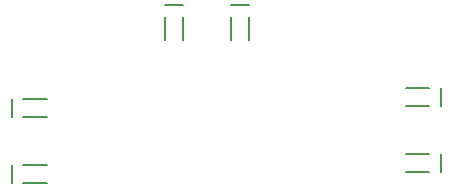
<source format=gbr>
G04 #@! TF.FileFunction,Legend,Bot*
%FSLAX46Y46*%
G04 Gerber Fmt 4.6, Leading zero omitted, Abs format (unit mm)*
G04 Created by KiCad (PCBNEW 4.0.2+dfsg1-stable) date Qua 18 Mai 2016 07:41:20 BRT*
%MOMM*%
G01*
G04 APERTURE LIST*
%ADD10C,0.100000*%
%ADD11C,0.150000*%
G04 APERTURE END LIST*
D10*
D11*
X168420000Y-95150000D02*
X168420000Y-93669000D01*
X168420000Y-100711000D02*
X168420000Y-99230000D01*
X167420000Y-95150000D02*
X165420000Y-95150000D01*
X167420000Y-93669000D02*
X165420000Y-93669000D01*
X167420000Y-100711000D02*
X165420000Y-100711000D01*
X167420000Y-99230000D02*
X165420000Y-99230000D01*
X146570000Y-86610000D02*
X145089000Y-86610000D01*
X152131000Y-86610000D02*
X150650000Y-86610000D01*
X146570000Y-87610000D02*
X146570000Y-89610000D01*
X145089000Y-87610000D02*
X145089000Y-89610000D01*
X152131000Y-87610000D02*
X152131000Y-89610000D01*
X150650000Y-87610000D02*
X150650000Y-89610000D01*
X132070000Y-100170000D02*
X132070000Y-101651000D01*
X132070000Y-94609000D02*
X132070000Y-96090000D01*
X133070000Y-100170000D02*
X135070000Y-100170000D01*
X133070000Y-101651000D02*
X135070000Y-101651000D01*
X133070000Y-94609000D02*
X135070000Y-94609000D01*
X133070000Y-96090000D02*
X135070000Y-96090000D01*
M02*

</source>
